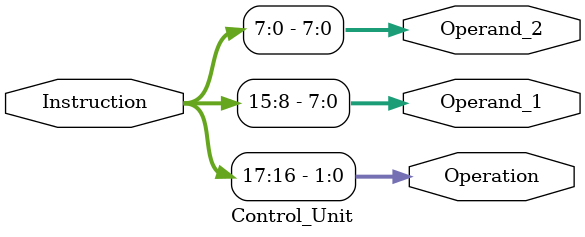
<source format=v>
module Control_Unit (
    input [17 : 0] Instruction,
    output [1 : 0] Operation,
    output [7 : 0] Operand_1,
    output [7 : 0] Operand_2
);
    assign Operation = Instruction[17 : 16];
    assign Operand_1 = Instruction[15 : 8];
    assign Operand_2 = Instruction[7 : 0];    
endmodule
</source>
